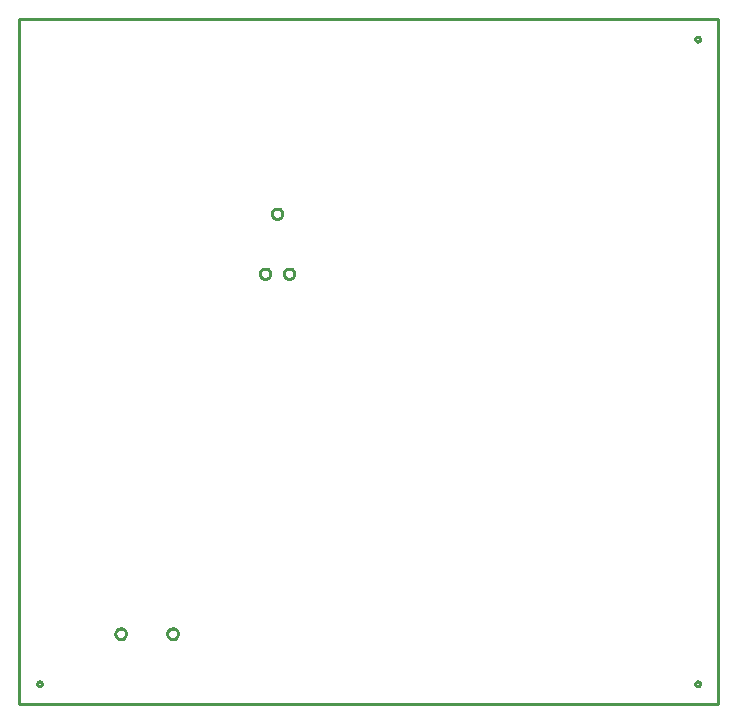
<source format=gbr>
G04 EAGLE Gerber X2 export*
%TF.Part,Single*%
%TF.FileFunction,Profile,NP*%
%TF.FilePolarity,Positive*%
%TF.GenerationSoftware,Autodesk,EAGLE,8.6.2*%
%TF.CreationDate,2018-02-22T14:22:40Z*%
G75*
%MOMM*%
%FSLAX34Y34*%
%LPD*%
%AMOC8*
5,1,8,0,0,1.08239X$1,22.5*%
G01*
%ADD10C,0.254000*%


D10*
X0Y0D02*
X591820Y0D01*
X591820Y580390D01*
X0Y580390D01*
X0Y0D01*
X576580Y17072D02*
X576502Y16679D01*
X576349Y16310D01*
X576126Y15977D01*
X575843Y15694D01*
X575511Y15471D01*
X575141Y15318D01*
X574748Y15240D01*
X574348Y15240D01*
X573955Y15318D01*
X573586Y15471D01*
X573253Y15694D01*
X572970Y15977D01*
X572747Y16310D01*
X572594Y16679D01*
X572516Y17072D01*
X572516Y17472D01*
X572594Y17865D01*
X572747Y18235D01*
X572970Y18567D01*
X573253Y18850D01*
X573586Y19073D01*
X573955Y19226D01*
X574348Y19304D01*
X574748Y19304D01*
X575141Y19226D01*
X575511Y19073D01*
X575843Y18850D01*
X576126Y18567D01*
X576349Y18235D01*
X576502Y17865D01*
X576580Y17472D01*
X576580Y17072D01*
X19304Y17072D02*
X19226Y16679D01*
X19073Y16310D01*
X18850Y15977D01*
X18567Y15694D01*
X18235Y15471D01*
X17865Y15318D01*
X17472Y15240D01*
X17072Y15240D01*
X16679Y15318D01*
X16310Y15471D01*
X15977Y15694D01*
X15694Y15977D01*
X15471Y16310D01*
X15318Y16679D01*
X15240Y17072D01*
X15240Y17472D01*
X15318Y17865D01*
X15471Y18235D01*
X15694Y18567D01*
X15977Y18850D01*
X16310Y19073D01*
X16679Y19226D01*
X17072Y19304D01*
X17472Y19304D01*
X17865Y19226D01*
X18235Y19073D01*
X18567Y18850D01*
X18850Y18567D01*
X19073Y18235D01*
X19226Y17865D01*
X19304Y17472D01*
X19304Y17072D01*
X576580Y562918D02*
X576502Y562525D01*
X576349Y562156D01*
X576126Y561823D01*
X575843Y561540D01*
X575511Y561317D01*
X575141Y561164D01*
X574748Y561086D01*
X574348Y561086D01*
X573955Y561164D01*
X573586Y561317D01*
X573253Y561540D01*
X572970Y561823D01*
X572747Y562156D01*
X572594Y562525D01*
X572516Y562918D01*
X572516Y563318D01*
X572594Y563711D01*
X572747Y564081D01*
X572970Y564413D01*
X573253Y564696D01*
X573586Y564919D01*
X573955Y565072D01*
X574348Y565150D01*
X574748Y565150D01*
X575141Y565072D01*
X575511Y564919D01*
X575843Y564696D01*
X576126Y564413D01*
X576349Y564081D01*
X576502Y563711D01*
X576580Y563318D01*
X576580Y562918D01*
X576580Y17072D02*
X576502Y16679D01*
X576349Y16310D01*
X576126Y15977D01*
X575843Y15694D01*
X575511Y15471D01*
X575141Y15318D01*
X574748Y15240D01*
X574348Y15240D01*
X573955Y15318D01*
X573586Y15471D01*
X573253Y15694D01*
X572970Y15977D01*
X572747Y16310D01*
X572594Y16679D01*
X572516Y17072D01*
X572516Y17472D01*
X572594Y17865D01*
X572747Y18235D01*
X572970Y18567D01*
X573253Y18850D01*
X573586Y19073D01*
X573955Y19226D01*
X574348Y19304D01*
X574748Y19304D01*
X575141Y19226D01*
X575511Y19073D01*
X575843Y18850D01*
X576126Y18567D01*
X576349Y18235D01*
X576502Y17865D01*
X576580Y17472D01*
X576580Y17072D01*
X19304Y17072D02*
X19226Y16679D01*
X19073Y16310D01*
X18850Y15977D01*
X18567Y15694D01*
X18235Y15471D01*
X17865Y15318D01*
X17472Y15240D01*
X17072Y15240D01*
X16679Y15318D01*
X16310Y15471D01*
X15977Y15694D01*
X15694Y15977D01*
X15471Y16310D01*
X15318Y16679D01*
X15240Y17072D01*
X15240Y17472D01*
X15318Y17865D01*
X15471Y18235D01*
X15694Y18567D01*
X15977Y18850D01*
X16310Y19073D01*
X16679Y19226D01*
X17072Y19304D01*
X17472Y19304D01*
X17865Y19226D01*
X18235Y19073D01*
X18567Y18850D01*
X18850Y18567D01*
X19073Y18235D01*
X19226Y17865D01*
X19304Y17472D01*
X19304Y17072D01*
X576580Y562918D02*
X576502Y562525D01*
X576349Y562156D01*
X576126Y561823D01*
X575843Y561540D01*
X575511Y561317D01*
X575141Y561164D01*
X574748Y561086D01*
X574348Y561086D01*
X573955Y561164D01*
X573586Y561317D01*
X573253Y561540D01*
X572970Y561823D01*
X572747Y562156D01*
X572594Y562525D01*
X572516Y562918D01*
X572516Y563318D01*
X572594Y563711D01*
X572747Y564081D01*
X572970Y564413D01*
X573253Y564696D01*
X573586Y564919D01*
X573955Y565072D01*
X574348Y565150D01*
X574748Y565150D01*
X575141Y565072D01*
X575511Y564919D01*
X575843Y564696D01*
X576126Y564413D01*
X576349Y564081D01*
X576502Y563711D01*
X576580Y563318D01*
X576580Y562918D01*
X218149Y410845D02*
X217571Y410921D01*
X217008Y411072D01*
X216470Y411295D01*
X215965Y411586D01*
X215503Y411941D01*
X215091Y412353D01*
X214736Y412815D01*
X214445Y413320D01*
X214222Y413858D01*
X214071Y414421D01*
X213995Y414999D01*
X213995Y415581D01*
X214071Y416159D01*
X214222Y416722D01*
X214445Y417260D01*
X214736Y417765D01*
X215091Y418227D01*
X215503Y418639D01*
X215965Y418994D01*
X216470Y419285D01*
X217008Y419508D01*
X217571Y419659D01*
X218149Y419735D01*
X218731Y419735D01*
X219309Y419659D01*
X219872Y419508D01*
X220410Y419285D01*
X220915Y418994D01*
X221377Y418639D01*
X221789Y418227D01*
X222144Y417765D01*
X222435Y417260D01*
X222658Y416722D01*
X222809Y416159D01*
X222885Y415581D01*
X222885Y414999D01*
X222809Y414421D01*
X222658Y413858D01*
X222435Y413320D01*
X222144Y412815D01*
X221789Y412353D01*
X221377Y411941D01*
X220915Y411586D01*
X220410Y411295D01*
X219872Y411072D01*
X219309Y410921D01*
X218731Y410845D01*
X218149Y410845D01*
X207989Y360045D02*
X207411Y360121D01*
X206848Y360272D01*
X206310Y360495D01*
X205805Y360786D01*
X205343Y361141D01*
X204931Y361553D01*
X204576Y362015D01*
X204285Y362520D01*
X204062Y363058D01*
X203911Y363621D01*
X203835Y364199D01*
X203835Y364781D01*
X203911Y365359D01*
X204062Y365922D01*
X204285Y366460D01*
X204576Y366965D01*
X204931Y367427D01*
X205343Y367839D01*
X205805Y368194D01*
X206310Y368485D01*
X206848Y368708D01*
X207411Y368859D01*
X207989Y368935D01*
X208571Y368935D01*
X209149Y368859D01*
X209712Y368708D01*
X210250Y368485D01*
X210755Y368194D01*
X211217Y367839D01*
X211629Y367427D01*
X211984Y366965D01*
X212275Y366460D01*
X212498Y365922D01*
X212649Y365359D01*
X212725Y364781D01*
X212725Y364199D01*
X212649Y363621D01*
X212498Y363058D01*
X212275Y362520D01*
X211984Y362015D01*
X211629Y361553D01*
X211217Y361141D01*
X210755Y360786D01*
X210250Y360495D01*
X209712Y360272D01*
X209149Y360121D01*
X208571Y360045D01*
X207989Y360045D01*
X228309Y360045D02*
X227731Y360121D01*
X227168Y360272D01*
X226630Y360495D01*
X226125Y360786D01*
X225663Y361141D01*
X225251Y361553D01*
X224896Y362015D01*
X224605Y362520D01*
X224382Y363058D01*
X224231Y363621D01*
X224155Y364199D01*
X224155Y364781D01*
X224231Y365359D01*
X224382Y365922D01*
X224605Y366460D01*
X224896Y366965D01*
X225251Y367427D01*
X225663Y367839D01*
X226125Y368194D01*
X226630Y368485D01*
X227168Y368708D01*
X227731Y368859D01*
X228309Y368935D01*
X228891Y368935D01*
X229469Y368859D01*
X230032Y368708D01*
X230570Y368485D01*
X231075Y368194D01*
X231537Y367839D01*
X231949Y367427D01*
X232304Y366965D01*
X232595Y366460D01*
X232818Y365922D01*
X232969Y365359D01*
X233045Y364781D01*
X233045Y364199D01*
X232969Y363621D01*
X232818Y363058D01*
X232595Y362520D01*
X232304Y362015D01*
X231949Y361553D01*
X231537Y361141D01*
X231075Y360786D01*
X230570Y360495D01*
X230032Y360272D01*
X229469Y360121D01*
X228891Y360045D01*
X228309Y360045D01*
X86245Y64190D02*
X86830Y64113D01*
X87400Y63960D01*
X87945Y63735D01*
X88455Y63440D01*
X88923Y63081D01*
X89341Y62663D01*
X89700Y62195D01*
X89995Y61685D01*
X90220Y61140D01*
X90373Y60570D01*
X90450Y59985D01*
X90450Y59395D01*
X90373Y58810D01*
X90220Y58240D01*
X89995Y57695D01*
X89700Y57185D01*
X89341Y56717D01*
X88923Y56299D01*
X88455Y55940D01*
X87945Y55645D01*
X87400Y55420D01*
X86830Y55267D01*
X86245Y55190D01*
X85655Y55190D01*
X85070Y55267D01*
X84500Y55420D01*
X83955Y55645D01*
X83445Y55940D01*
X82977Y56299D01*
X82559Y56717D01*
X82200Y57185D01*
X81905Y57695D01*
X81680Y58240D01*
X81527Y58810D01*
X81450Y59395D01*
X81450Y59985D01*
X81527Y60570D01*
X81680Y61140D01*
X81905Y61685D01*
X82200Y62195D01*
X82559Y62663D01*
X82977Y63081D01*
X83445Y63440D01*
X83955Y63735D01*
X84500Y63960D01*
X85070Y64113D01*
X85655Y64190D01*
X86245Y64190D01*
X130245Y64190D02*
X130830Y64113D01*
X131400Y63960D01*
X131945Y63735D01*
X132455Y63440D01*
X132923Y63081D01*
X133341Y62663D01*
X133700Y62195D01*
X133995Y61685D01*
X134220Y61140D01*
X134373Y60570D01*
X134450Y59985D01*
X134450Y59395D01*
X134373Y58810D01*
X134220Y58240D01*
X133995Y57695D01*
X133700Y57185D01*
X133341Y56717D01*
X132923Y56299D01*
X132455Y55940D01*
X131945Y55645D01*
X131400Y55420D01*
X130830Y55267D01*
X130245Y55190D01*
X129655Y55190D01*
X129070Y55267D01*
X128500Y55420D01*
X127955Y55645D01*
X127445Y55940D01*
X126977Y56299D01*
X126559Y56717D01*
X126200Y57185D01*
X125905Y57695D01*
X125680Y58240D01*
X125527Y58810D01*
X125450Y59395D01*
X125450Y59985D01*
X125527Y60570D01*
X125680Y61140D01*
X125905Y61685D01*
X126200Y62195D01*
X126559Y62663D01*
X126977Y63081D01*
X127445Y63440D01*
X127955Y63735D01*
X128500Y63960D01*
X129070Y64113D01*
X129655Y64190D01*
X130245Y64190D01*
M02*

</source>
